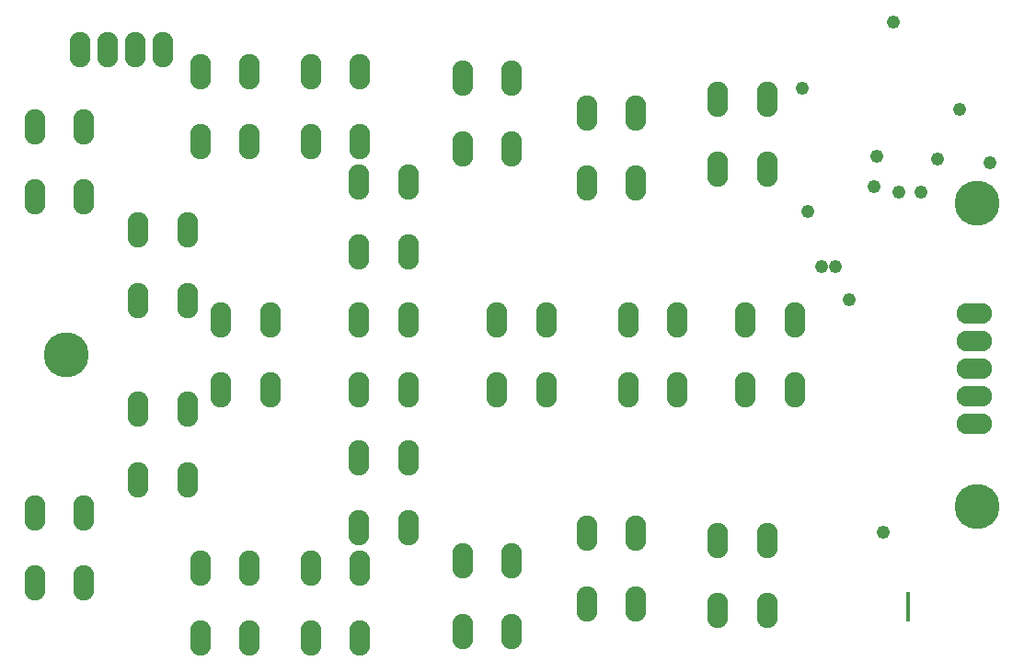
<source format=gbs>
%FSTAX24Y24*%
%MOIN*%
G70*
G01*
G75*
G04 Layer_Color=16711935*
%ADD10R,0.0050X0.1000*%
%ADD11R,0.0500X0.0500*%
%ADD12R,0.0500X0.0500*%
%ADD13R,0.1969X0.0480*%
%ADD14R,0.0240X0.0870*%
%ADD15R,0.0240X0.0870*%
%ADD16C,0.0240*%
%ADD17C,0.0200*%
%ADD18C,0.0160*%
%ADD19C,0.0120*%
%ADD20O,0.0679X0.1200*%
%ADD21O,0.1200X0.0679*%
%ADD22C,0.1550*%
%ADD23C,0.0400*%
%ADD24C,0.0060*%
%ADD25C,0.0050*%
%ADD26C,0.0020*%
%ADD27C,0.0100*%
%ADD28C,0.0034*%
%ADD29R,0.0130X0.1080*%
%ADD30R,0.0660X0.0660*%
%ADD31R,0.0660X0.0660*%
%ADD32R,0.2049X0.0560*%
%ADD33R,0.0320X0.0950*%
%ADD34R,0.0320X0.0950*%
%ADD35O,0.0759X0.1280*%
%ADD36O,0.1280X0.0759*%
%ADD37C,0.1630*%
%ADD38C,0.0480*%
D29*
X042759Y013351D02*
D03*
D35*
X01275Y03355D02*
D03*
X01375D02*
D03*
X01475D02*
D03*
X01575D02*
D03*
X01111Y02822D02*
D03*
X01289D02*
D03*
X01111Y03078D02*
D03*
X01289D02*
D03*
X01111Y01422D02*
D03*
X01289D02*
D03*
X01111Y01678D02*
D03*
X01289D02*
D03*
X03586Y02922D02*
D03*
X03764D02*
D03*
X03586Y03178D02*
D03*
X03764D02*
D03*
X03686Y02122D02*
D03*
X03864D02*
D03*
X03686Y02378D02*
D03*
X03864D02*
D03*
X03586Y01322D02*
D03*
X03764D02*
D03*
X03586Y01578D02*
D03*
X03764D02*
D03*
X03111Y02872D02*
D03*
X03289D02*
D03*
X03111Y03128D02*
D03*
X03289D02*
D03*
X02661Y02997D02*
D03*
X02839D02*
D03*
X02661Y03253D02*
D03*
X02839D02*
D03*
X03111Y01347D02*
D03*
X03289D02*
D03*
X03111Y01603D02*
D03*
X03289D02*
D03*
X03261Y02122D02*
D03*
X03439D02*
D03*
X03261Y02378D02*
D03*
X03439D02*
D03*
X02786Y02122D02*
D03*
X02964D02*
D03*
X02786Y02378D02*
D03*
X02964D02*
D03*
X02661Y01247D02*
D03*
X02839D02*
D03*
X02661Y01503D02*
D03*
X02839D02*
D03*
X02111Y03022D02*
D03*
X02289D02*
D03*
X02111Y03278D02*
D03*
X02289D02*
D03*
X02286Y02622D02*
D03*
X02464D02*
D03*
X02286Y02878D02*
D03*
X02464D02*
D03*
X02286Y02122D02*
D03*
X02464D02*
D03*
X02286Y02378D02*
D03*
X02464D02*
D03*
X02286Y01622D02*
D03*
X02464D02*
D03*
X02286Y01878D02*
D03*
X02464D02*
D03*
X02111Y01222D02*
D03*
X02289D02*
D03*
X02111Y01478D02*
D03*
X02289D02*
D03*
X01711Y03022D02*
D03*
X01889D02*
D03*
X01711Y03278D02*
D03*
X01889D02*
D03*
X01786Y02122D02*
D03*
X01964D02*
D03*
X01786Y02378D02*
D03*
X01964D02*
D03*
X01711Y01222D02*
D03*
X01889D02*
D03*
X01711Y01478D02*
D03*
X01889D02*
D03*
X01486Y02447D02*
D03*
X01664D02*
D03*
X01486Y02703D02*
D03*
X01664D02*
D03*
X01486Y01797D02*
D03*
X01664D02*
D03*
X01486Y02053D02*
D03*
X01664D02*
D03*
D36*
X04515Y02D02*
D03*
Y021D02*
D03*
Y022D02*
D03*
Y023D02*
D03*
Y024D02*
D03*
D37*
X04525Y017D02*
D03*
Y028D02*
D03*
X01225Y0225D02*
D03*
D38*
X0446Y0314D02*
D03*
X0457Y02945D02*
D03*
X0422Y03455D02*
D03*
X0438Y0296D02*
D03*
X0432Y0284D02*
D03*
X0424D02*
D03*
X0415Y0286D02*
D03*
X04185Y01605D02*
D03*
X0416Y0297D02*
D03*
X0389Y03215D02*
D03*
X0406Y0245D02*
D03*
X0391Y0277D02*
D03*
X0396Y0257D02*
D03*
X0401D02*
D03*
M02*

</source>
